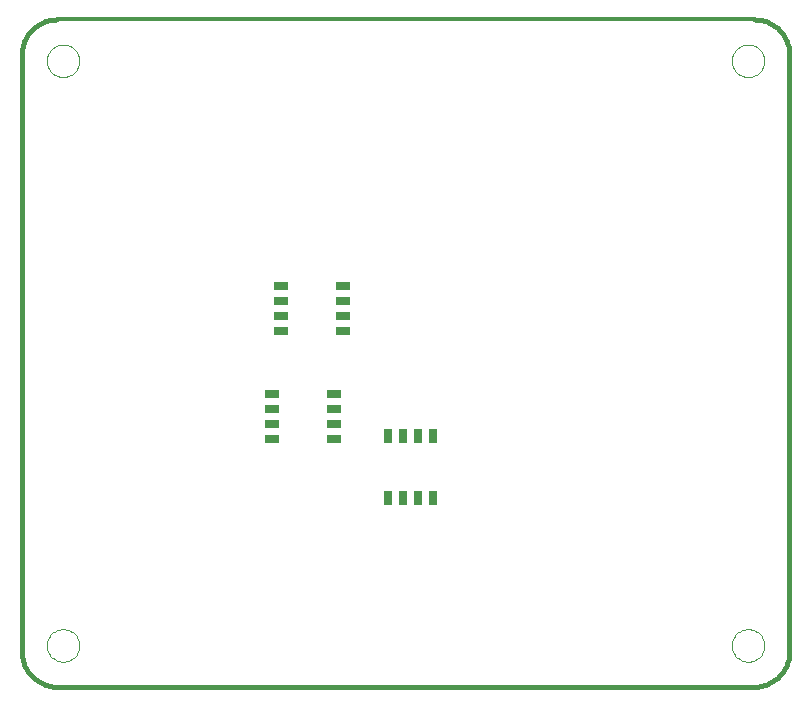
<source format=gtp>
G75*
%MOIN*%
%OFA0B0*%
%FSLAX24Y24*%
%IPPOS*%
%LPD*%
%AMOC8*
5,1,8,0,0,1.08239X$1,22.5*
%
%ADD10C,0.0160*%
%ADD11C,0.0120*%
%ADD12C,0.0000*%
%ADD13R,0.0250X0.0500*%
%ADD14R,0.0500X0.0250*%
D10*
X001461Y000280D02*
X024689Y000280D01*
X024755Y000282D01*
X024821Y000287D01*
X024887Y000297D01*
X024952Y000310D01*
X025016Y000326D01*
X025079Y000346D01*
X025141Y000370D01*
X025201Y000397D01*
X025260Y000427D01*
X025317Y000461D01*
X025372Y000498D01*
X025425Y000538D01*
X025476Y000580D01*
X025524Y000626D01*
X025570Y000674D01*
X025612Y000725D01*
X025652Y000778D01*
X025689Y000833D01*
X025723Y000890D01*
X025753Y000949D01*
X025780Y001009D01*
X025804Y001071D01*
X025824Y001134D01*
X025840Y001198D01*
X025853Y001263D01*
X025863Y001329D01*
X025868Y001395D01*
X025870Y001461D01*
X025871Y001461D02*
X025871Y021343D01*
X025870Y021343D02*
X025868Y021409D01*
X025863Y021475D01*
X025853Y021541D01*
X025840Y021606D01*
X025824Y021670D01*
X025804Y021733D01*
X025780Y021795D01*
X025753Y021855D01*
X025723Y021914D01*
X025689Y021971D01*
X025652Y022026D01*
X025612Y022079D01*
X025570Y022130D01*
X025524Y022178D01*
X025476Y022224D01*
X025425Y022266D01*
X025372Y022306D01*
X025317Y022343D01*
X025260Y022377D01*
X025201Y022407D01*
X025141Y022434D01*
X025079Y022458D01*
X025016Y022478D01*
X024952Y022494D01*
X024887Y022507D01*
X024821Y022517D01*
X024755Y022522D01*
X024689Y022524D01*
X001461Y022524D02*
X001395Y022522D01*
X001329Y022517D01*
X001263Y022507D01*
X001198Y022494D01*
X001134Y022478D01*
X001071Y022458D01*
X001009Y022434D01*
X000949Y022407D01*
X000890Y022377D01*
X000833Y022343D01*
X000778Y022306D01*
X000725Y022266D01*
X000674Y022224D01*
X000626Y022178D01*
X000580Y022130D01*
X000538Y022079D01*
X000498Y022026D01*
X000461Y021971D01*
X000427Y021914D01*
X000397Y021855D01*
X000370Y021795D01*
X000346Y021733D01*
X000326Y021670D01*
X000310Y021606D01*
X000297Y021541D01*
X000287Y021475D01*
X000282Y021409D01*
X000280Y021343D01*
X000280Y001461D01*
X000282Y001395D01*
X000287Y001329D01*
X000297Y001263D01*
X000310Y001198D01*
X000326Y001134D01*
X000346Y001071D01*
X000370Y001009D01*
X000397Y000949D01*
X000427Y000890D01*
X000461Y000833D01*
X000498Y000778D01*
X000538Y000725D01*
X000580Y000674D01*
X000626Y000626D01*
X000674Y000580D01*
X000725Y000538D01*
X000778Y000498D01*
X000833Y000461D01*
X000890Y000427D01*
X000949Y000397D01*
X001009Y000370D01*
X001071Y000346D01*
X001134Y000326D01*
X001198Y000310D01*
X001263Y000297D01*
X001329Y000287D01*
X001395Y000282D01*
X001461Y000280D01*
D11*
X001461Y022524D02*
X024689Y022524D01*
D12*
X023952Y021146D02*
X023954Y021192D01*
X023960Y021237D01*
X023969Y021282D01*
X023983Y021326D01*
X024000Y021369D01*
X024021Y021410D01*
X024045Y021449D01*
X024072Y021486D01*
X024102Y021520D01*
X024136Y021552D01*
X024171Y021581D01*
X024209Y021607D01*
X024249Y021629D01*
X024291Y021648D01*
X024335Y021663D01*
X024379Y021675D01*
X024424Y021683D01*
X024470Y021687D01*
X024516Y021687D01*
X024562Y021683D01*
X024607Y021675D01*
X024651Y021663D01*
X024695Y021648D01*
X024737Y021629D01*
X024777Y021607D01*
X024815Y021581D01*
X024850Y021552D01*
X024884Y021520D01*
X024914Y021486D01*
X024941Y021449D01*
X024965Y021410D01*
X024986Y021369D01*
X025003Y021326D01*
X025017Y021282D01*
X025026Y021237D01*
X025032Y021192D01*
X025034Y021146D01*
X025032Y021100D01*
X025026Y021055D01*
X025017Y021010D01*
X025003Y020966D01*
X024986Y020923D01*
X024965Y020882D01*
X024941Y020843D01*
X024914Y020806D01*
X024884Y020772D01*
X024850Y020740D01*
X024815Y020711D01*
X024777Y020685D01*
X024737Y020663D01*
X024695Y020644D01*
X024651Y020629D01*
X024607Y020617D01*
X024562Y020609D01*
X024516Y020605D01*
X024470Y020605D01*
X024424Y020609D01*
X024379Y020617D01*
X024335Y020629D01*
X024291Y020644D01*
X024249Y020663D01*
X024209Y020685D01*
X024171Y020711D01*
X024136Y020740D01*
X024102Y020772D01*
X024072Y020806D01*
X024045Y020843D01*
X024021Y020882D01*
X024000Y020923D01*
X023983Y020966D01*
X023969Y021010D01*
X023960Y021055D01*
X023954Y021100D01*
X023952Y021146D01*
X023952Y001658D02*
X023954Y001704D01*
X023960Y001749D01*
X023969Y001794D01*
X023983Y001838D01*
X024000Y001881D01*
X024021Y001922D01*
X024045Y001961D01*
X024072Y001998D01*
X024102Y002032D01*
X024136Y002064D01*
X024171Y002093D01*
X024209Y002119D01*
X024249Y002141D01*
X024291Y002160D01*
X024335Y002175D01*
X024379Y002187D01*
X024424Y002195D01*
X024470Y002199D01*
X024516Y002199D01*
X024562Y002195D01*
X024607Y002187D01*
X024651Y002175D01*
X024695Y002160D01*
X024737Y002141D01*
X024777Y002119D01*
X024815Y002093D01*
X024850Y002064D01*
X024884Y002032D01*
X024914Y001998D01*
X024941Y001961D01*
X024965Y001922D01*
X024986Y001881D01*
X025003Y001838D01*
X025017Y001794D01*
X025026Y001749D01*
X025032Y001704D01*
X025034Y001658D01*
X025032Y001612D01*
X025026Y001567D01*
X025017Y001522D01*
X025003Y001478D01*
X024986Y001435D01*
X024965Y001394D01*
X024941Y001355D01*
X024914Y001318D01*
X024884Y001284D01*
X024850Y001252D01*
X024815Y001223D01*
X024777Y001197D01*
X024737Y001175D01*
X024695Y001156D01*
X024651Y001141D01*
X024607Y001129D01*
X024562Y001121D01*
X024516Y001117D01*
X024470Y001117D01*
X024424Y001121D01*
X024379Y001129D01*
X024335Y001141D01*
X024291Y001156D01*
X024249Y001175D01*
X024209Y001197D01*
X024171Y001223D01*
X024136Y001252D01*
X024102Y001284D01*
X024072Y001318D01*
X024045Y001355D01*
X024021Y001394D01*
X024000Y001435D01*
X023983Y001478D01*
X023969Y001522D01*
X023960Y001567D01*
X023954Y001612D01*
X023952Y001658D01*
X001117Y001658D02*
X001119Y001704D01*
X001125Y001749D01*
X001134Y001794D01*
X001148Y001838D01*
X001165Y001881D01*
X001186Y001922D01*
X001210Y001961D01*
X001237Y001998D01*
X001267Y002032D01*
X001301Y002064D01*
X001336Y002093D01*
X001374Y002119D01*
X001414Y002141D01*
X001456Y002160D01*
X001500Y002175D01*
X001544Y002187D01*
X001589Y002195D01*
X001635Y002199D01*
X001681Y002199D01*
X001727Y002195D01*
X001772Y002187D01*
X001816Y002175D01*
X001860Y002160D01*
X001902Y002141D01*
X001942Y002119D01*
X001980Y002093D01*
X002015Y002064D01*
X002049Y002032D01*
X002079Y001998D01*
X002106Y001961D01*
X002130Y001922D01*
X002151Y001881D01*
X002168Y001838D01*
X002182Y001794D01*
X002191Y001749D01*
X002197Y001704D01*
X002199Y001658D01*
X002197Y001612D01*
X002191Y001567D01*
X002182Y001522D01*
X002168Y001478D01*
X002151Y001435D01*
X002130Y001394D01*
X002106Y001355D01*
X002079Y001318D01*
X002049Y001284D01*
X002015Y001252D01*
X001980Y001223D01*
X001942Y001197D01*
X001902Y001175D01*
X001860Y001156D01*
X001816Y001141D01*
X001772Y001129D01*
X001727Y001121D01*
X001681Y001117D01*
X001635Y001117D01*
X001589Y001121D01*
X001544Y001129D01*
X001500Y001141D01*
X001456Y001156D01*
X001414Y001175D01*
X001374Y001197D01*
X001336Y001223D01*
X001301Y001252D01*
X001267Y001284D01*
X001237Y001318D01*
X001210Y001355D01*
X001186Y001394D01*
X001165Y001435D01*
X001148Y001478D01*
X001134Y001522D01*
X001125Y001567D01*
X001119Y001612D01*
X001117Y001658D01*
X001117Y021146D02*
X001119Y021192D01*
X001125Y021237D01*
X001134Y021282D01*
X001148Y021326D01*
X001165Y021369D01*
X001186Y021410D01*
X001210Y021449D01*
X001237Y021486D01*
X001267Y021520D01*
X001301Y021552D01*
X001336Y021581D01*
X001374Y021607D01*
X001414Y021629D01*
X001456Y021648D01*
X001500Y021663D01*
X001544Y021675D01*
X001589Y021683D01*
X001635Y021687D01*
X001681Y021687D01*
X001727Y021683D01*
X001772Y021675D01*
X001816Y021663D01*
X001860Y021648D01*
X001902Y021629D01*
X001942Y021607D01*
X001980Y021581D01*
X002015Y021552D01*
X002049Y021520D01*
X002079Y021486D01*
X002106Y021449D01*
X002130Y021410D01*
X002151Y021369D01*
X002168Y021326D01*
X002182Y021282D01*
X002191Y021237D01*
X002197Y021192D01*
X002199Y021146D01*
X002197Y021100D01*
X002191Y021055D01*
X002182Y021010D01*
X002168Y020966D01*
X002151Y020923D01*
X002130Y020882D01*
X002106Y020843D01*
X002079Y020806D01*
X002049Y020772D01*
X002015Y020740D01*
X001980Y020711D01*
X001942Y020685D01*
X001902Y020663D01*
X001860Y020644D01*
X001816Y020629D01*
X001772Y020617D01*
X001727Y020609D01*
X001681Y020605D01*
X001635Y020605D01*
X001589Y020609D01*
X001544Y020617D01*
X001500Y020629D01*
X001456Y020644D01*
X001414Y020663D01*
X001374Y020685D01*
X001336Y020711D01*
X001301Y020740D01*
X001267Y020772D01*
X001237Y020806D01*
X001210Y020843D01*
X001186Y020882D01*
X001165Y020923D01*
X001148Y020966D01*
X001134Y021010D01*
X001125Y021055D01*
X001119Y021100D01*
X001117Y021146D01*
D13*
X012487Y008625D03*
X012987Y008625D03*
X013487Y008625D03*
X013987Y008625D03*
X013987Y006558D03*
X013487Y006558D03*
X012987Y006558D03*
X012487Y006558D03*
D14*
X010703Y008544D03*
X010703Y009044D03*
X010703Y009544D03*
X010703Y010044D03*
X008636Y010044D03*
X008636Y009544D03*
X008636Y009044D03*
X008636Y008544D03*
X008936Y012144D03*
X008936Y012644D03*
X008936Y013144D03*
X008936Y013644D03*
X011003Y013644D03*
X011003Y013144D03*
X011003Y012644D03*
X011003Y012144D03*
M02*

</source>
